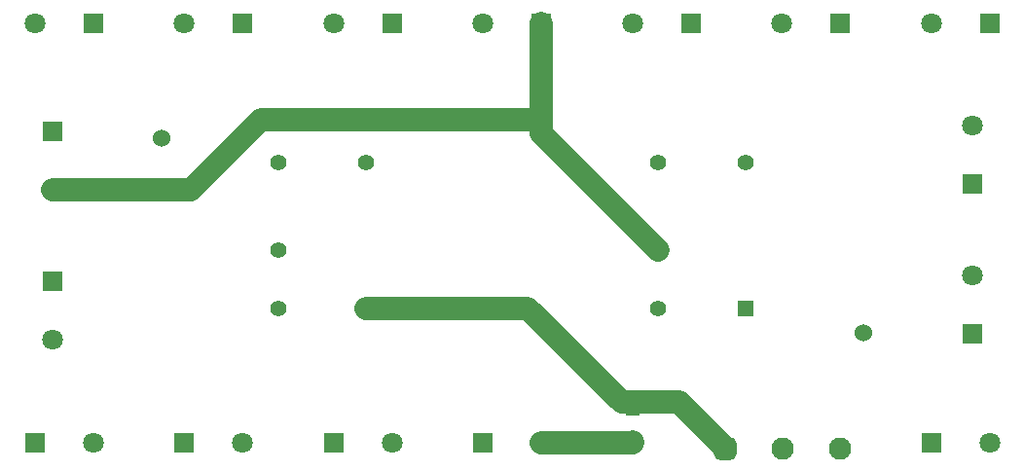
<source format=gtl>
G04*
G04 #@! TF.GenerationSoftware,Altium Limited,Altium Designer,24.7.2 (38)*
G04*
G04 Layer_Physical_Order=1*
G04 Layer_Color=255*
%FSLAX44Y44*%
%MOMM*%
G71*
G04*
G04 #@! TF.SameCoordinates,8E014E6F-3DA1-407A-8F63-97A6F4F725C9*
G04*
G04*
G04 #@! TF.FilePolarity,Positive*
G04*
G01*
G75*
%ADD13R,1.2200X1.2500*%
%ADD17C,1.4000*%
%ADD18R,1.4000X1.4000*%
%ADD22C,2.0000*%
%ADD23C,1.5240*%
%ADD24C,1.9500*%
G04:AMPARAMS|DCode=25|XSize=1.95mm|YSize=1.95mm|CornerRadius=0.4875mm|HoleSize=0mm|Usage=FLASHONLY|Rotation=0.000|XOffset=0mm|YOffset=0mm|HoleType=Round|Shape=RoundedRectangle|*
%AMROUNDEDRECTD25*
21,1,1.9500,0.9750,0,0,0.0*
21,1,0.9750,1.9500,0,0,0.0*
1,1,0.9750,0.4875,-0.4875*
1,1,0.9750,-0.4875,-0.4875*
1,1,0.9750,-0.4875,0.4875*
1,1,0.9750,0.4875,0.4875*
%
%ADD25ROUNDEDRECTD25*%
%ADD26R,1.8000X1.8000*%
%ADD27C,1.8000*%
%ADD28R,1.8000X1.8000*%
D13*
X580000Y-425250D02*
D03*
Y-454750D02*
D03*
D17*
X271900Y-338500D02*
D03*
Y-287700D02*
D03*
Y-211500D02*
D03*
X348100D02*
D03*
X601900Y-338500D02*
D03*
Y-287700D02*
D03*
Y-211500D02*
D03*
X678100D02*
D03*
D18*
X348100Y-338500D02*
D03*
X678100D02*
D03*
D22*
X570000Y-420000D02*
X620000D01*
X660000Y-460000D01*
X488500Y-338500D02*
X570000Y-420000D01*
X348100Y-338500D02*
X488500D01*
X500400Y-455000D02*
X579750D01*
X580000Y-454750D01*
X500400Y-175000D02*
Y-90000D01*
Y-186200D02*
Y-175000D01*
X499900Y-174500D02*
X500400Y-175000D01*
X75000Y-235400D02*
X195674D01*
X256574Y-174500D01*
X499900D01*
X500400Y-186200D02*
X601900Y-287700D01*
D23*
X780000Y-360000D02*
D03*
X170000Y-190000D02*
D03*
D24*
X710000Y-460000D02*
D03*
X760000D02*
D03*
D25*
X660000D02*
D03*
D26*
X75000Y-184600D02*
D03*
Y-314600D02*
D03*
X875000Y-360400D02*
D03*
Y-230400D02*
D03*
D27*
X75000Y-235400D02*
D03*
Y-365400D02*
D03*
X110400Y-455000D02*
D03*
X240400D02*
D03*
X370400D02*
D03*
X500400D02*
D03*
X890400D02*
D03*
X875000Y-309600D02*
D03*
Y-179600D02*
D03*
X839600Y-90000D02*
D03*
X709600D02*
D03*
X579600D02*
D03*
X449600D02*
D03*
X319600D02*
D03*
X189600D02*
D03*
X59600D02*
D03*
D28*
Y-455000D02*
D03*
X189600D02*
D03*
X319600D02*
D03*
X449600D02*
D03*
X839600D02*
D03*
X890400Y-90000D02*
D03*
X760400D02*
D03*
X630400D02*
D03*
X500400D02*
D03*
X370400D02*
D03*
X240400D02*
D03*
X110400D02*
D03*
M02*

</source>
